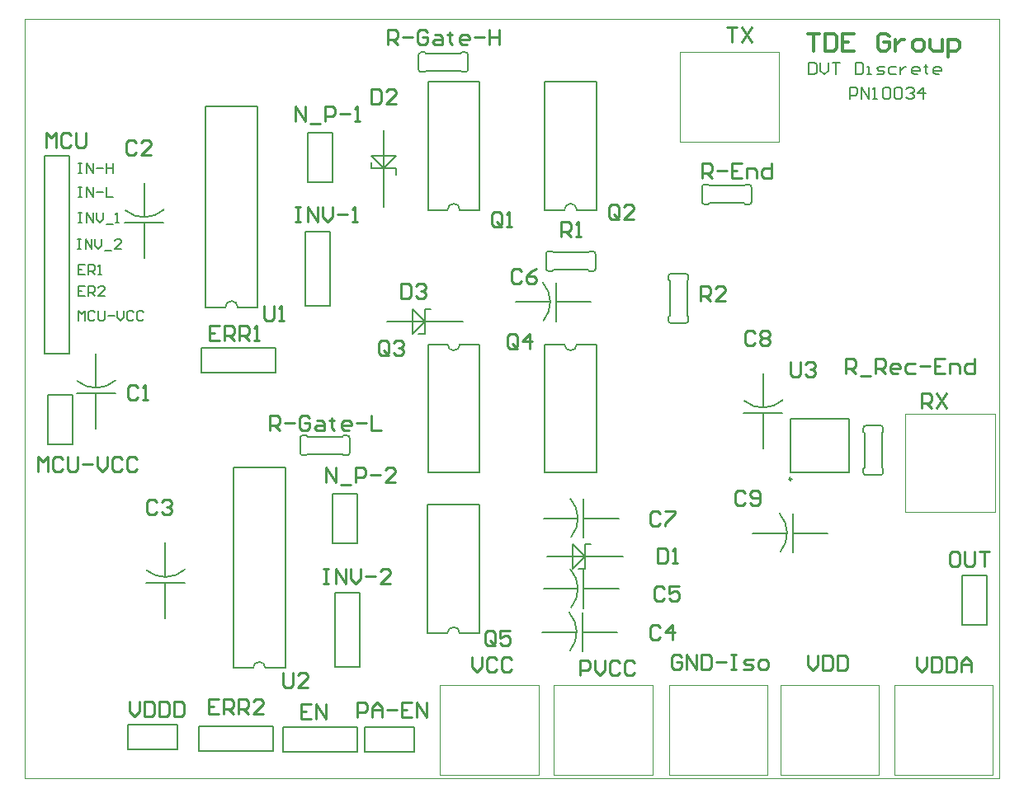
<source format=gto>
G04 Layer_Color=65535*
%FSLAX44Y44*%
%MOMM*%
G71*
G01*
G75*
%ADD16C,0.1000*%
%ADD34C,0.2000*%
%ADD35C,0.1524*%
%ADD36C,0.2500*%
%ADD37C,0.1270*%
%ADD38C,0.0500*%
%ADD39C,0.1500*%
%ADD40C,0.2540*%
%ADD41C,0.3000*%
D16*
X-50000Y-50000D02*
Y730000D01*
X950000D01*
Y-50000D02*
Y730000D01*
X-50000Y-50000D02*
X950000D01*
D34*
X168440Y434060D02*
G03*
X155740Y434060I-6350J0D01*
G01*
X196850Y63370D02*
G03*
X184150Y63370I-6350J0D01*
G01*
X3640Y358242D02*
G03*
X42998Y358929I19284J22981D01*
G01*
X74760Y163932D02*
G03*
X114118Y164619I19284J22981D01*
G01*
X53170Y533502D02*
G03*
X92528Y534189I19284J22981D01*
G01*
X725068Y182710D02*
G03*
X724381Y222068I-22981J19284D01*
G01*
X688170Y337922D02*
G03*
X727528Y338609I19284J22981D01*
G01*
X396350Y534000D02*
G03*
X383650Y534000I-6350J0D01*
G01*
Y396000D02*
G03*
X396350Y396000I6350J0D01*
G01*
X516350Y534000D02*
G03*
X503650Y534000I-6350J0D01*
G01*
Y396000D02*
G03*
X516350Y396000I6350J0D01*
G01*
X510438Y197950D02*
G03*
X509751Y237308I-22981J19284D01*
G01*
X482028Y420050D02*
G03*
X481341Y459408I-22981J19284D01*
G01*
X396240Y99100D02*
G03*
X383540Y99100I-6350J0D01*
G01*
X509168Y81110D02*
G03*
X508481Y120468I-22981J19284D01*
G01*
X510438Y125560D02*
G03*
X509751Y164918I-22981J19284D01*
G01*
X168440Y434060D02*
X188590D01*
X135590D02*
X155740D01*
X135590Y640060D02*
X188590D01*
Y434060D02*
Y640060D01*
X135590Y434060D02*
Y640060D01*
X196850Y63370D02*
X217000D01*
X164000D02*
X184150D01*
X164000Y269370D02*
X217000D01*
Y63370D02*
Y269370D01*
X164000Y63370D02*
Y269370D01*
X267970Y140970D02*
X293370D01*
Y64770D02*
Y140970D01*
X267970Y64770D02*
X293370D01*
X267970D02*
Y140970D01*
X265430Y191770D02*
X290830D01*
X265430D02*
Y242570D01*
X290830D01*
Y191770D02*
Y242570D01*
X128270Y-21590D02*
Y3810D01*
X204470D01*
Y-21590D02*
Y3810D01*
X128270Y-21590D02*
X204470D01*
X22860Y309230D02*
Y345480D01*
Y351480D02*
Y386480D01*
X2860Y345480D02*
X42860D01*
X-26670Y344170D02*
X-1270D01*
Y293370D02*
Y344170D01*
X-26670Y293370D02*
X-1270D01*
X-26670D02*
Y344170D01*
X130810Y367030D02*
Y392430D01*
X207010D01*
Y367030D02*
Y392430D01*
X130810Y367030D02*
X207010D01*
X237490Y511810D02*
X262890D01*
Y435610D02*
Y511810D01*
X237490Y435610D02*
X262890D01*
X237490D02*
Y511810D01*
X240030Y562610D02*
X265430D01*
X240030D02*
Y613410D01*
X265430D01*
Y562610D02*
Y613410D01*
X93980Y114920D02*
Y151170D01*
Y157170D02*
Y192170D01*
X73980Y151170D02*
X113980D01*
X72390Y484490D02*
Y520740D01*
Y526740D02*
Y561740D01*
X52390Y520740D02*
X92390D01*
X-4280Y385930D02*
Y570080D01*
Y589130D01*
X-29680D02*
X-4280D01*
X-29680Y385930D02*
Y589130D01*
Y385930D02*
X-4280D01*
X796010Y264750D02*
Y319550D01*
X735610Y264750D02*
Y319550D01*
X796010D01*
X735610Y264750D02*
X796010D01*
X106680Y-20320D02*
Y5080D01*
X55880Y-20320D02*
X106680D01*
X55880D02*
Y5080D01*
X106680D01*
X737830Y201930D02*
X774080D01*
X696830D02*
X731830D01*
X737830Y181930D02*
Y221930D01*
X707390Y288910D02*
Y325160D01*
Y331160D02*
Y366160D01*
X687390Y325160D02*
X727390D01*
X363500Y534000D02*
X383650D01*
X363500D02*
Y666000D01*
X416500D01*
X396350Y534000D02*
X416500D01*
Y666000D01*
X396350Y396000D02*
X416500D01*
Y264000D02*
Y396000D01*
X363500Y264000D02*
X416500D01*
X363500Y396000D02*
X383650D01*
X363500Y264000D02*
Y396000D01*
X483500Y534000D02*
X503650D01*
X483500D02*
Y666000D01*
X536500D01*
X516350Y534000D02*
X536500D01*
Y666000D01*
X516350Y396000D02*
X536500D01*
Y264000D02*
Y396000D01*
X483500Y264000D02*
X536500D01*
X483500Y396000D02*
X503650D01*
X483500Y264000D02*
Y396000D01*
X523200Y197170D02*
Y237170D01*
Y217170D02*
X559450D01*
X482200D02*
X517200D01*
X494790Y419270D02*
Y459270D01*
Y439270D02*
X531040D01*
X453790D02*
X488790D01*
X349250Y-22860D02*
Y2540D01*
X298450Y-22860D02*
X349250D01*
X298450D02*
Y2540D01*
X349250D01*
X363390Y99100D02*
X383540D01*
X363390D02*
Y231100D01*
X416390D01*
X396240Y99100D02*
X416390D01*
Y231100D01*
X521930Y80330D02*
Y120330D01*
Y100330D02*
X558180D01*
X480930D02*
X515930D01*
X523200Y124780D02*
Y164780D01*
Y144780D02*
X559450D01*
X482200D02*
X517200D01*
X911860Y158750D02*
X937260D01*
Y107950D02*
Y158750D01*
X911860Y107950D02*
X937260D01*
X911860D02*
Y158750D01*
X214630Y-22860D02*
X290830D01*
Y2540D01*
X214630D02*
X290830D01*
X214630Y-22860D02*
Y2540D01*
D35*
X644690Y542140D02*
G03*
X647230Y539600I2540J0D01*
G01*
Y559920D02*
G03*
X644690Y557380I0J-2540D01*
G01*
X695490D02*
G03*
X692950Y559920I-2540J0D01*
G01*
Y539600D02*
G03*
X695490Y542140I0J2540D01*
G01*
X232410Y284480D02*
G03*
X234950Y281940I2540J0D01*
G01*
Y302260D02*
G03*
X232410Y299720I0J-2540D01*
G01*
X283210D02*
G03*
X280670Y302260I-2540J0D01*
G01*
Y281940D02*
G03*
X283210Y284480I0J2540D01*
G01*
X353860Y678030D02*
G03*
X356400Y675490I2540J0D01*
G01*
Y695810D02*
G03*
X353860Y693270I0J-2540D01*
G01*
X404660D02*
G03*
X402120Y695810I-2540J0D01*
G01*
Y675490D02*
G03*
X404660Y678030I0J2540D01*
G01*
X535470Y488800D02*
G03*
X532930Y491340I-2540J0D01*
G01*
Y471020D02*
G03*
X535470Y473560I0J2540D01*
G01*
X484670D02*
G03*
X487210Y471020I2540J0D01*
G01*
Y491340D02*
G03*
X484670Y488800I0J-2540D01*
G01*
X612940Y468480D02*
G03*
X610400Y465940I0J-2540D01*
G01*
X630720D02*
G03*
X628180Y468480I-2540J0D01*
G01*
Y417680D02*
G03*
X630720Y420220I0J2540D01*
G01*
X610400D02*
G03*
X612940Y417680I2540J0D01*
G01*
X830580Y309880D02*
G03*
X828040Y312420I-2540J0D01*
G01*
Y261620D02*
G03*
X830580Y264160I0J2540D01*
G01*
X812800Y312420D02*
G03*
X810260Y309880I0J-2540D01*
G01*
Y264160D02*
G03*
X812800Y261620I2540J0D01*
G01*
X644690Y542140D02*
Y557380D01*
X647230Y559920D02*
X651040D01*
X647230Y539600D02*
X651040D01*
X652310Y558650D02*
X687870D01*
X651040Y559920D02*
X652310Y558650D01*
Y540870D02*
X687870D01*
X651040Y539600D02*
X652310Y540870D01*
X687870Y558650D02*
X689140Y559920D01*
X692950D01*
X687870Y540870D02*
X689140Y539600D01*
X692950D01*
X695490Y542140D02*
Y557380D01*
X232410Y284480D02*
Y299720D01*
X234950Y302260D02*
X238760D01*
X234950Y281940D02*
X238760D01*
X240030Y300990D02*
X275590D01*
X238760Y302260D02*
X240030Y300990D01*
Y283210D02*
X275590D01*
X238760Y281940D02*
X240030Y283210D01*
X275590Y300990D02*
X276860Y302260D01*
X280670D01*
X275590Y283210D02*
X276860Y281940D01*
X280670D01*
X283210Y284480D02*
Y299720D01*
X353860Y678030D02*
Y693270D01*
X356400Y695810D02*
X360210D01*
X356400Y675490D02*
X360210D01*
X361480Y694540D02*
X397040D01*
X360210Y695810D02*
X361480Y694540D01*
Y676760D02*
X397040D01*
X360210Y675490D02*
X361480Y676760D01*
X397040Y694540D02*
X398310Y695810D01*
X402120D01*
X397040Y676760D02*
X398310Y675490D01*
X402120D01*
X404660Y678030D02*
Y693270D01*
X535470Y473560D02*
Y488800D01*
X529120Y471020D02*
X532930D01*
X529120Y491340D02*
X532930D01*
X492290Y472290D02*
X527850D01*
X529120Y471020D01*
X492290Y490070D02*
X527850D01*
X529120Y491340D01*
X491020Y471020D02*
X492290Y472290D01*
X487210Y471020D02*
X491020D01*
Y491340D02*
X492290Y490070D01*
X487210Y491340D02*
X491020D01*
X484670Y473560D02*
Y488800D01*
X612940Y468480D02*
X628180D01*
X630720Y462130D02*
Y465940D01*
X610400Y462130D02*
Y465940D01*
X629450Y425300D02*
Y460860D01*
X630720Y462130D01*
X611670Y425300D02*
Y460860D01*
X610400Y462130D02*
X611670Y460860D01*
X629450Y425300D02*
X630720Y424030D01*
Y420220D02*
Y424030D01*
X610400D02*
X611670Y425300D01*
X610400Y420220D02*
Y424030D01*
X612940Y417680D02*
X628180D01*
X830580Y306070D02*
Y309880D01*
X829310Y304800D02*
X830580Y306070D01*
X829310Y269240D02*
X830580Y267970D01*
Y264160D02*
Y267970D01*
X829310Y269240D02*
Y304800D01*
X812800Y312420D02*
X828040D01*
X810260Y306070D02*
X811530Y304800D01*
X810260Y306070D02*
Y309880D01*
X811530Y269240D02*
Y304800D01*
X812800Y261620D02*
X828040D01*
X810260Y267970D02*
X811530Y269240D01*
X810260Y264160D02*
Y267970D01*
D36*
X736710Y257500D02*
G03*
X736710Y257500I-1250J0D01*
G01*
D37*
X318300Y576430D02*
Y615430D01*
Y537430D02*
Y576430D01*
X331000D01*
X305600D02*
X318300D01*
X305600Y589130D02*
X318300Y576430D01*
X305600Y589130D02*
X331000D01*
X318300Y576430D02*
X331000Y589130D01*
X305600Y576430D02*
Y582780D01*
X331000Y570080D02*
Y576430D01*
X347510Y431650D02*
X360210Y418950D01*
X347510Y406250D02*
Y431650D01*
X360210D02*
X366560D01*
X360210Y418950D02*
Y431650D01*
X321210Y418950D02*
X360210D01*
X347510Y406250D02*
X360210Y418950D01*
X399210D01*
X360210Y406250D02*
Y418950D01*
X353860Y406250D02*
X360210D01*
X511810Y190500D02*
X524510Y177800D01*
X511810Y165100D02*
Y190500D01*
X524510D02*
X530860D01*
X524510Y177800D02*
Y190500D01*
X485510Y177800D02*
X524510D01*
X511810Y165100D02*
X524510Y177800D01*
X563510D01*
X524510Y165100D02*
Y177800D01*
X518160Y165100D02*
X524510D01*
D38*
X622500Y604240D02*
X723700D01*
X622500D02*
Y696240D01*
X723700Y604240D02*
Y696240D01*
X622500D02*
X723700D01*
X725370Y46000D02*
X826570D01*
Y-46000D02*
Y46000D01*
X725370Y-46000D02*
Y46000D01*
Y-46000D02*
X826570D01*
X842210Y46000D02*
X943410D01*
Y-46000D02*
Y46000D01*
X842210Y-46000D02*
Y46000D01*
Y-46000D02*
X943410D01*
X712270D02*
Y46000D01*
X611070Y-46000D02*
X712270D01*
X611070D02*
Y46000D01*
X712270D01*
X376120D02*
X477320D01*
Y-46000D02*
Y46000D01*
X376120Y-46000D02*
Y46000D01*
Y-46000D02*
X477320D01*
X492960Y46000D02*
X594160D01*
Y-46000D02*
Y46000D01*
X492960Y-46000D02*
Y46000D01*
Y-46000D02*
X594160D01*
X853160Y223720D02*
Y324920D01*
X945160D01*
X853160Y223720D02*
X945160D01*
Y324920D01*
D39*
X5080Y420370D02*
Y430367D01*
X8412Y427034D01*
X11745Y430367D01*
Y420370D01*
X21741Y428701D02*
X20075Y430367D01*
X16743D01*
X15077Y428701D01*
Y422036D01*
X16743Y420370D01*
X20075D01*
X21741Y422036D01*
X25074Y430367D02*
Y422036D01*
X26740Y420370D01*
X30072D01*
X31738Y422036D01*
Y430367D01*
X35070Y425368D02*
X41735D01*
X45067Y430367D02*
Y423702D01*
X48399Y420370D01*
X51732Y423702D01*
Y430367D01*
X61728Y428701D02*
X60062Y430367D01*
X56730D01*
X55064Y428701D01*
Y422036D01*
X56730Y420370D01*
X60062D01*
X61728Y422036D01*
X71725Y428701D02*
X70059Y430367D01*
X66727D01*
X65061Y428701D01*
Y422036D01*
X66727Y420370D01*
X70059D01*
X71725Y422036D01*
X11745Y455767D02*
X5080D01*
Y445770D01*
X11745D01*
X5080Y450768D02*
X8412D01*
X15077Y445770D02*
Y455767D01*
X20075D01*
X21741Y454101D01*
Y450768D01*
X20075Y449102D01*
X15077D01*
X18409D02*
X21741Y445770D01*
X31738D02*
X25074D01*
X31738Y452435D01*
Y454101D01*
X30072Y455767D01*
X26740D01*
X25074Y454101D01*
X11745Y477357D02*
X5080D01*
Y467360D01*
X11745D01*
X5080Y472358D02*
X8412D01*
X15077Y467360D02*
Y477357D01*
X20075D01*
X21741Y475691D01*
Y472358D01*
X20075Y470692D01*
X15077D01*
X18409D02*
X21741Y467360D01*
X25074D02*
X28406D01*
X26740D01*
Y477357D01*
X25074Y475691D01*
X3810Y504027D02*
X7142D01*
X5476D01*
Y494030D01*
X3810D01*
X7142D01*
X12141D02*
Y504027D01*
X18805Y494030D01*
Y504027D01*
X22137D02*
Y497362D01*
X25470Y494030D01*
X28802Y497362D01*
Y504027D01*
X32134Y492364D02*
X38799D01*
X48795Y494030D02*
X42131D01*
X48795Y500695D01*
Y502361D01*
X47129Y504027D01*
X43797D01*
X42131Y502361D01*
X5080Y530697D02*
X8412D01*
X6746D01*
Y520700D01*
X5080D01*
X8412D01*
X13411D02*
Y530697D01*
X20075Y520700D01*
Y530697D01*
X23407D02*
Y524032D01*
X26740Y520700D01*
X30072Y524032D01*
Y530697D01*
X33404Y519034D02*
X40069D01*
X43401Y520700D02*
X46733D01*
X45067D01*
Y530697D01*
X43401Y529031D01*
X5080Y557367D02*
X8412D01*
X6746D01*
Y547370D01*
X5080D01*
X8412D01*
X13411D02*
Y557367D01*
X20075Y547370D01*
Y557367D01*
X23407Y552368D02*
X30072D01*
X33404Y557367D02*
Y547370D01*
X40069D01*
X5080Y581497D02*
X8412D01*
X6746D01*
Y571500D01*
X5080D01*
X8412D01*
X13411D02*
Y581497D01*
X20075Y571500D01*
Y581497D01*
X23407Y576498D02*
X30072D01*
X33404Y581497D02*
Y571500D01*
Y576498D01*
X40069D01*
Y581497D01*
Y571500D01*
X754380Y685096D02*
Y673100D01*
X760378D01*
X762377Y675099D01*
Y683097D01*
X760378Y685096D01*
X754380D01*
X766376D02*
Y677099D01*
X770375Y673100D01*
X774373Y677099D01*
Y685096D01*
X778372D02*
X786370D01*
X782371D01*
Y673100D01*
X802365Y685096D02*
Y673100D01*
X808363D01*
X810362Y675099D01*
Y683097D01*
X808363Y685096D01*
X802365D01*
X814361Y673100D02*
X818359D01*
X816360D01*
Y681097D01*
X814361D01*
X824357Y673100D02*
X830355D01*
X832355Y675099D01*
X830355Y677099D01*
X826357D01*
X824357Y679098D01*
X826357Y681097D01*
X832355D01*
X844351D02*
X838353D01*
X836354Y679098D01*
Y675099D01*
X838353Y673100D01*
X844351D01*
X848350Y681097D02*
Y673100D01*
Y677099D01*
X850349Y679098D01*
X852348Y681097D01*
X854348D01*
X866344Y673100D02*
X862345D01*
X860346Y675099D01*
Y679098D01*
X862345Y681097D01*
X866344D01*
X868343Y679098D01*
Y677099D01*
X860346D01*
X874341Y683097D02*
Y681097D01*
X872342D01*
X876340D01*
X874341D01*
Y675099D01*
X876340Y673100D01*
X888337D02*
X884338D01*
X882339Y675099D01*
Y679098D01*
X884338Y681097D01*
X888337D01*
X890336Y679098D01*
Y677099D01*
X882339D01*
X796290Y647700D02*
Y659696D01*
X802288D01*
X804287Y657697D01*
Y653698D01*
X802288Y651699D01*
X796290D01*
X808286Y647700D02*
Y659696D01*
X816283Y647700D01*
Y659696D01*
X820282Y647700D02*
X824281D01*
X822282D01*
Y659696D01*
X820282Y657697D01*
X830279D02*
X832278Y659696D01*
X836277D01*
X838276Y657697D01*
Y649699D01*
X836277Y647700D01*
X832278D01*
X830279Y649699D01*
Y657697D01*
X842275D02*
X844275Y659696D01*
X848273D01*
X850273Y657697D01*
Y649699D01*
X848273Y647700D01*
X844275D01*
X842275Y649699D01*
Y657697D01*
X854271D02*
X856271Y659696D01*
X860269D01*
X862269Y657697D01*
Y655697D01*
X860269Y653698D01*
X858270D01*
X860269D01*
X862269Y651699D01*
Y649699D01*
X860269Y647700D01*
X856271D01*
X854271Y649699D01*
X872265Y647700D02*
Y659696D01*
X866267Y653698D01*
X874265D01*
D40*
X66037Y351786D02*
X63498Y354325D01*
X58419D01*
X55880Y351786D01*
Y341629D01*
X58419Y339090D01*
X63498D01*
X66037Y341629D01*
X71115Y339090D02*
X76193D01*
X73654D01*
Y354325D01*
X71115Y351786D01*
X64132Y603119D02*
X61592Y605658D01*
X56514D01*
X53975Y603119D01*
Y592962D01*
X56514Y590423D01*
X61592D01*
X64132Y592962D01*
X79367Y590423D02*
X69210D01*
X79367Y600580D01*
Y603119D01*
X76828Y605658D01*
X71749D01*
X69210Y603119D01*
X85722Y233549D02*
X83182Y236088D01*
X78104D01*
X75565Y233549D01*
Y223392D01*
X78104Y220853D01*
X83182D01*
X85722Y223392D01*
X90800Y233549D02*
X93339Y236088D01*
X98418D01*
X100957Y233549D01*
Y231010D01*
X98418Y228470D01*
X95878D01*
X98418D01*
X100957Y225931D01*
Y223392D01*
X98418Y220853D01*
X93339D01*
X90800Y223392D01*
X601977Y105406D02*
X599437Y107945D01*
X594359D01*
X591820Y105406D01*
Y95249D01*
X594359Y92710D01*
X599437D01*
X601977Y95249D01*
X614673Y92710D02*
Y107945D01*
X607055Y100328D01*
X617212D01*
X605787Y144776D02*
X603247Y147315D01*
X598169D01*
X595630Y144776D01*
Y134619D01*
X598169Y132080D01*
X603247D01*
X605787Y134619D01*
X621022Y147315D02*
X610865D01*
Y139698D01*
X615943Y142237D01*
X618483D01*
X621022Y139698D01*
Y134619D01*
X618483Y132080D01*
X613404D01*
X610865Y134619D01*
X459267Y471016D02*
X456727Y473555D01*
X451649D01*
X449110Y471016D01*
Y460859D01*
X451649Y458320D01*
X456727D01*
X459267Y460859D01*
X474502Y473555D02*
X469423Y471016D01*
X464345Y465938D01*
Y460859D01*
X466884Y458320D01*
X471963D01*
X474502Y460859D01*
Y463398D01*
X471963Y465938D01*
X464345D01*
X601977Y222246D02*
X599437Y224785D01*
X594359D01*
X591820Y222246D01*
Y212089D01*
X594359Y209550D01*
X599437D01*
X601977Y212089D01*
X607055Y224785D02*
X617212D01*
Y222246D01*
X607055Y212089D01*
Y209550D01*
X599440Y186685D02*
Y171450D01*
X607057D01*
X609597Y173989D01*
Y184146D01*
X607057Y186685D01*
X599440D01*
X614675Y171450D02*
X619753D01*
X617214D01*
Y186685D01*
X614675Y184146D01*
X305854Y657959D02*
Y642724D01*
X313472D01*
X316011Y645263D01*
Y655420D01*
X313472Y657959D01*
X305854D01*
X331246Y642724D02*
X321089D01*
X331246Y652881D01*
Y655420D01*
X328707Y657959D01*
X323628D01*
X321089Y655420D01*
X336080Y458315D02*
Y443080D01*
X343698D01*
X346237Y445619D01*
Y455776D01*
X343698Y458315D01*
X336080D01*
X351315Y455776D02*
X353854Y458315D01*
X358933D01*
X361472Y455776D01*
Y453237D01*
X358933Y450698D01*
X356393D01*
X358933D01*
X361472Y448158D01*
Y445619D01*
X358933Y443080D01*
X353854D01*
X351315Y445619D01*
X243837Y26665D02*
X233680D01*
Y11430D01*
X243837D01*
X233680Y19047D02*
X238758D01*
X248915Y11430D02*
Y26665D01*
X259072Y11430D01*
Y26665D01*
X149857Y415285D02*
X139700D01*
Y400050D01*
X149857D01*
X139700Y407668D02*
X144778D01*
X154935Y400050D02*
Y415285D01*
X162553D01*
X165092Y412746D01*
Y407668D01*
X162553Y405128D01*
X154935D01*
X160013D02*
X165092Y400050D01*
X170170D02*
Y415285D01*
X177788D01*
X180327Y412746D01*
Y407668D01*
X177788Y405128D01*
X170170D01*
X175249D02*
X180327Y400050D01*
X185405D02*
X190484D01*
X187944D01*
Y415285D01*
X185405Y412746D01*
X148587Y31745D02*
X138430D01*
Y16510D01*
X148587D01*
X138430Y24128D02*
X143508D01*
X153665Y16510D02*
Y31745D01*
X161283D01*
X163822Y29206D01*
Y24128D01*
X161283Y21588D01*
X153665D01*
X158743D02*
X163822Y16510D01*
X168900D02*
Y31745D01*
X176518D01*
X179057Y29206D01*
Y24128D01*
X176518Y21588D01*
X168900D01*
X173979D02*
X179057Y16510D01*
X194292D02*
X184135D01*
X194292Y26667D01*
Y29206D01*
X191753Y31745D01*
X186674D01*
X184135Y29206D01*
X227330Y537205D02*
X232408D01*
X229869D01*
Y521970D01*
X227330D01*
X232408D01*
X240026D02*
Y537205D01*
X250183Y521970D01*
Y537205D01*
X255261D02*
Y527048D01*
X260339Y521970D01*
X265418Y527048D01*
Y537205D01*
X270496Y529588D02*
X280653D01*
X285731Y521970D02*
X290809D01*
X288270D01*
Y537205D01*
X285731Y534666D01*
X256540Y165095D02*
X261618D01*
X259079D01*
Y149860D01*
X256540D01*
X261618D01*
X269236D02*
Y165095D01*
X279393Y149860D01*
Y165095D01*
X284471D02*
Y154938D01*
X289549Y149860D01*
X294628Y154938D01*
Y165095D01*
X299706Y157478D02*
X309863D01*
X325098Y149860D02*
X314941D01*
X325098Y160017D01*
Y162556D01*
X322559Y165095D01*
X317480D01*
X314941Y162556D01*
X-36830Y265430D02*
Y280665D01*
X-31752Y275587D01*
X-26673Y280665D01*
Y265430D01*
X-11438Y278126D02*
X-13977Y280665D01*
X-19056D01*
X-21595Y278126D01*
Y267969D01*
X-19056Y265430D01*
X-13977D01*
X-11438Y267969D01*
X-6360Y280665D02*
Y267969D01*
X-3821Y265430D01*
X1258D01*
X3797Y267969D01*
Y280665D01*
X8875Y273048D02*
X19032D01*
X24110Y280665D02*
Y270508D01*
X29189Y265430D01*
X34267Y270508D01*
Y280665D01*
X49502Y278126D02*
X46963Y280665D01*
X41884D01*
X39345Y278126D01*
Y267969D01*
X41884Y265430D01*
X46963D01*
X49502Y267969D01*
X64737Y278126D02*
X62198Y280665D01*
X57120D01*
X54580Y278126D01*
Y267969D01*
X57120Y265430D01*
X62198D01*
X64737Y267969D01*
X-28156Y597766D02*
Y613001D01*
X-23078Y607923D01*
X-17999Y613001D01*
Y597766D01*
X-2764Y610462D02*
X-5303Y613001D01*
X-10382D01*
X-12921Y610462D01*
Y600305D01*
X-10382Y597766D01*
X-5303D01*
X-2764Y600305D01*
X2314Y613001D02*
Y600305D01*
X4853Y597766D01*
X9932D01*
X12471Y600305D01*
Y613001D01*
X227330Y624840D02*
Y640075D01*
X237487Y624840D01*
Y640075D01*
X242565Y622301D02*
X252722D01*
X257800Y624840D02*
Y640075D01*
X265418D01*
X267957Y637536D01*
Y632458D01*
X265418Y629918D01*
X257800D01*
X273035Y632458D02*
X283192D01*
X288270Y624840D02*
X293349D01*
X290809D01*
Y640075D01*
X288270Y637536D01*
X259080Y254000D02*
Y269235D01*
X269237Y254000D01*
Y269235D01*
X274315Y251461D02*
X284472D01*
X289550Y254000D02*
Y269235D01*
X297168D01*
X299707Y266696D01*
Y261618D01*
X297168Y259078D01*
X289550D01*
X304785Y261618D02*
X314942D01*
X330177Y254000D02*
X320020D01*
X330177Y264157D01*
Y266696D01*
X327638Y269235D01*
X322560D01*
X320020Y266696D01*
X290830Y12700D02*
Y27935D01*
X298447D01*
X300987Y25396D01*
Y20317D01*
X298447Y17778D01*
X290830D01*
X306065Y12700D02*
Y22857D01*
X311143Y27935D01*
X316222Y22857D01*
Y12700D01*
Y20317D01*
X306065D01*
X321300D02*
X331457D01*
X346692Y27935D02*
X336535D01*
Y12700D01*
X346692D01*
X336535Y20317D02*
X341614D01*
X351770Y12700D02*
Y27935D01*
X361927Y12700D01*
Y27935D01*
X519430Y55880D02*
Y71115D01*
X527048D01*
X529587Y68576D01*
Y63498D01*
X527048Y60958D01*
X519430D01*
X534665Y71115D02*
Y60958D01*
X539743Y55880D01*
X544822Y60958D01*
Y71115D01*
X560057Y68576D02*
X557518Y71115D01*
X552439D01*
X549900Y68576D01*
Y58419D01*
X552439Y55880D01*
X557518D01*
X560057Y58419D01*
X575292Y68576D02*
X572753Y71115D01*
X567674D01*
X565135Y68576D01*
Y58419D01*
X567674Y55880D01*
X572753D01*
X575292Y58419D01*
X438947Y519279D02*
Y529436D01*
X436408Y531975D01*
X431329D01*
X428790Y529436D01*
Y519279D01*
X431329Y516740D01*
X436408D01*
X433868Y521818D02*
X438947Y516740D01*
X436408D02*
X438947Y519279D01*
X444025Y516740D02*
X449103D01*
X446564D01*
Y531975D01*
X444025Y529436D01*
X559597Y526899D02*
Y537056D01*
X557057Y539595D01*
X551979D01*
X549440Y537056D01*
Y526899D01*
X551979Y524360D01*
X557057D01*
X554518Y529438D02*
X559597Y524360D01*
X557057D02*
X559597Y526899D01*
X574832Y524360D02*
X564675D01*
X574832Y534517D01*
Y537056D01*
X572293Y539595D01*
X567214D01*
X564675Y537056D01*
X323377Y387199D02*
Y397356D01*
X320838Y399895D01*
X315759D01*
X313220Y397356D01*
Y387199D01*
X315759Y384660D01*
X320838D01*
X318298Y389738D02*
X323377Y384660D01*
X320838D02*
X323377Y387199D01*
X328455Y397356D02*
X330994Y399895D01*
X336073D01*
X338612Y397356D01*
Y394817D01*
X336073Y392277D01*
X333533D01*
X336073D01*
X338612Y389738D01*
Y387199D01*
X336073Y384660D01*
X330994D01*
X328455Y387199D01*
X455457Y393549D02*
Y403706D01*
X452918Y406245D01*
X447839D01*
X445300Y403706D01*
Y393549D01*
X447839Y391010D01*
X452918D01*
X450378Y396088D02*
X455457Y391010D01*
X452918D02*
X455457Y393549D01*
X468153Y391010D02*
Y406245D01*
X460535Y398628D01*
X470692D01*
X432267Y89049D02*
Y99206D01*
X429728Y101745D01*
X424649D01*
X422110Y99206D01*
Y89049D01*
X424649Y86510D01*
X429728D01*
X427188Y91588D02*
X432267Y86510D01*
X429728D02*
X432267Y89049D01*
X447502Y101745D02*
X437345D01*
Y94128D01*
X442423Y96667D01*
X444963D01*
X447502Y94128D01*
Y89049D01*
X444963Y86510D01*
X439884D01*
X437345Y89049D01*
X499910Y506580D02*
Y521815D01*
X507528D01*
X510067Y519276D01*
Y514198D01*
X507528Y511658D01*
X499910D01*
X504988D02*
X510067Y506580D01*
X515145D02*
X520223D01*
X517684D01*
Y521815D01*
X515145Y519276D01*
X643420Y440540D02*
Y455775D01*
X651038D01*
X653577Y453236D01*
Y448158D01*
X651038Y445618D01*
X643420D01*
X648498D02*
X653577Y440540D01*
X668812D02*
X658655D01*
X668812Y450697D01*
Y453236D01*
X666273Y455775D01*
X661194D01*
X658655Y453236D01*
X645160Y566420D02*
Y581655D01*
X652777D01*
X655317Y579116D01*
Y574038D01*
X652777Y571498D01*
X645160D01*
X650238D02*
X655317Y566420D01*
X660395Y574038D02*
X670552D01*
X685787Y581655D02*
X675630D01*
Y566420D01*
X685787D01*
X675630Y574038D02*
X680708D01*
X690865Y566420D02*
Y576577D01*
X698483D01*
X701022Y574038D01*
Y566420D01*
X716257Y581655D02*
Y566420D01*
X708640D01*
X706100Y568959D01*
Y574038D01*
X708640Y576577D01*
X716257D01*
X322364Y704192D02*
Y719427D01*
X329981D01*
X332521Y716888D01*
Y711809D01*
X329981Y709270D01*
X322364D01*
X327442D02*
X332521Y704192D01*
X337599Y711809D02*
X347756D01*
X362991Y716888D02*
X360452Y719427D01*
X355373D01*
X352834Y716888D01*
Y706731D01*
X355373Y704192D01*
X360452D01*
X362991Y706731D01*
Y711809D01*
X357912D01*
X370608Y714349D02*
X375687D01*
X378226Y711809D01*
Y704192D01*
X370608D01*
X368069Y706731D01*
X370608Y709270D01*
X378226D01*
X385844Y716888D02*
Y714349D01*
X383304D01*
X388383D01*
X385844D01*
Y706731D01*
X388383Y704192D01*
X403618D02*
X398539D01*
X396000Y706731D01*
Y711809D01*
X398539Y714349D01*
X403618D01*
X406157Y711809D01*
Y709270D01*
X396000D01*
X411235Y711809D02*
X421392D01*
X426470Y719427D02*
Y704192D01*
Y711809D01*
X436627D01*
Y719427D01*
Y704192D01*
X201130Y307490D02*
Y322725D01*
X208748D01*
X211287Y320186D01*
Y315107D01*
X208748Y312568D01*
X201130D01*
X206208D02*
X211287Y307490D01*
X216365Y315107D02*
X226522D01*
X241757Y320186D02*
X239218Y322725D01*
X234139D01*
X231600Y320186D01*
Y310029D01*
X234139Y307490D01*
X239218D01*
X241757Y310029D01*
Y315107D01*
X236679D01*
X249374Y317647D02*
X254453D01*
X256992Y315107D01*
Y307490D01*
X249374D01*
X246835Y310029D01*
X249374Y312568D01*
X256992D01*
X264610Y320186D02*
Y317647D01*
X262070D01*
X267149D01*
X264610D01*
Y310029D01*
X267149Y307490D01*
X282384D02*
X277305D01*
X274766Y310029D01*
Y315107D01*
X277305Y317647D01*
X282384D01*
X284923Y315107D01*
Y312568D01*
X274766D01*
X290001Y315107D02*
X300158D01*
X305236Y322725D02*
Y307490D01*
X315393D01*
X670560Y721355D02*
X680717D01*
X675638D01*
Y706120D01*
X685795Y721355D02*
X695952Y706120D01*
Y721355D02*
X685795Y706120D01*
X195580Y435605D02*
Y422909D01*
X198119Y420370D01*
X203197D01*
X205737Y422909D01*
Y435605D01*
X210815Y420370D02*
X215893D01*
X213354D01*
Y435605D01*
X210815Y433066D01*
X214630Y58415D02*
Y45719D01*
X217169Y43180D01*
X222248D01*
X224787Y45719D01*
Y58415D01*
X240022Y43180D02*
X229865D01*
X240022Y53337D01*
Y55876D01*
X237483Y58415D01*
X232404D01*
X229865Y55876D01*
X408940Y74925D02*
Y64768D01*
X414018Y59690D01*
X419097Y64768D01*
Y74925D01*
X434332Y72386D02*
X431793Y74925D01*
X426714D01*
X424175Y72386D01*
Y62229D01*
X426714Y59690D01*
X431793D01*
X434332Y62229D01*
X449567Y72386D02*
X447028Y74925D01*
X441949D01*
X439410Y72386D01*
Y62229D01*
X441949Y59690D01*
X447028D01*
X449567Y62229D01*
X792480Y365760D02*
Y380995D01*
X800098D01*
X802637Y378456D01*
Y373377D01*
X800098Y370838D01*
X792480D01*
X797558D02*
X802637Y365760D01*
X807715Y363221D02*
X817872D01*
X822950Y365760D02*
Y380995D01*
X830568D01*
X833107Y378456D01*
Y373377D01*
X830568Y370838D01*
X822950D01*
X828028D02*
X833107Y365760D01*
X845803D02*
X840724D01*
X838185Y368299D01*
Y373377D01*
X840724Y375917D01*
X845803D01*
X848342Y373377D01*
Y370838D01*
X838185D01*
X863577Y375917D02*
X855959D01*
X853420Y373377D01*
Y368299D01*
X855959Y365760D01*
X863577D01*
X868655Y373377D02*
X878812D01*
X894047Y380995D02*
X883890D01*
Y365760D01*
X894047D01*
X883890Y373377D02*
X888969D01*
X899126Y365760D02*
Y375917D01*
X906743D01*
X909282Y373377D01*
Y365760D01*
X924517Y380995D02*
Y365760D01*
X916900D01*
X914361Y368299D01*
Y373377D01*
X916900Y375917D01*
X924517D01*
X869950Y330200D02*
Y345435D01*
X877568D01*
X880107Y342896D01*
Y337817D01*
X877568Y335278D01*
X869950D01*
X875028D02*
X880107Y330200D01*
X885185Y345435D02*
X895342Y330200D01*
Y345435D02*
X885185Y330200D01*
X735457Y377820D02*
Y365124D01*
X737996Y362585D01*
X743074D01*
X745614Y365124D01*
Y377820D01*
X750692Y375281D02*
X753231Y377820D01*
X758310D01*
X760849Y375281D01*
Y372742D01*
X758310Y370202D01*
X755770D01*
X758310D01*
X760849Y367663D01*
Y365124D01*
X758310Y362585D01*
X753231D01*
X750692Y365124D01*
X699132Y407539D02*
X696592Y410078D01*
X691514D01*
X688975Y407539D01*
Y397382D01*
X691514Y394843D01*
X696592D01*
X699132Y397382D01*
X704210Y407539D02*
X706749Y410078D01*
X711828D01*
X714367Y407539D01*
Y405000D01*
X711828Y402461D01*
X714367Y399921D01*
Y397382D01*
X711828Y394843D01*
X706749D01*
X704210Y397382D01*
Y399921D01*
X706749Y402461D01*
X704210Y405000D01*
Y407539D01*
X706749Y402461D02*
X711828D01*
X688629Y243432D02*
X686089Y245971D01*
X681011D01*
X678472Y243432D01*
Y233275D01*
X681011Y230736D01*
X686089D01*
X688629Y233275D01*
X693707D02*
X696246Y230736D01*
X701325D01*
X703864Y233275D01*
Y243432D01*
X701325Y245971D01*
X696246D01*
X693707Y243432D01*
Y240893D01*
X696246Y238354D01*
X703864D01*
X906777Y182875D02*
X901699D01*
X899160Y180336D01*
Y170179D01*
X901699Y167640D01*
X906777D01*
X909317Y170179D01*
Y180336D01*
X906777Y182875D01*
X914395D02*
Y170179D01*
X916934Y167640D01*
X922013D01*
X924552Y170179D01*
Y182875D01*
X929630D02*
X939787D01*
X934708D01*
Y167640D01*
X864870Y74925D02*
Y64768D01*
X869948Y59690D01*
X875027Y64768D01*
Y74925D01*
X880105D02*
Y59690D01*
X887723D01*
X890262Y62229D01*
Y72386D01*
X887723Y74925D01*
X880105D01*
X895340D02*
Y59690D01*
X902958D01*
X905497Y62229D01*
Y72386D01*
X902958Y74925D01*
X895340D01*
X910575Y59690D02*
Y69847D01*
X915654Y74925D01*
X920732Y69847D01*
Y59690D01*
Y67308D01*
X910575D01*
X57442Y29055D02*
Y18898D01*
X62520Y13820D01*
X67599Y18898D01*
Y29055D01*
X72677D02*
Y13820D01*
X80295D01*
X82834Y16359D01*
Y26516D01*
X80295Y29055D01*
X72677D01*
X87912D02*
Y13820D01*
X95530D01*
X98069Y16359D01*
Y26516D01*
X95530Y29055D01*
X87912D01*
X103147D02*
Y13820D01*
X110765D01*
X113304Y16359D01*
Y26516D01*
X110765Y29055D01*
X103147D01*
X753110Y76195D02*
Y66038D01*
X758188Y60960D01*
X763267Y66038D01*
Y76195D01*
X768345D02*
Y60960D01*
X775963D01*
X778502Y63499D01*
Y73656D01*
X775963Y76195D01*
X768345D01*
X783580D02*
Y60960D01*
X791198D01*
X793737Y63499D01*
Y73656D01*
X791198Y76195D01*
X783580D01*
X623567Y74926D02*
X621027Y77465D01*
X615949D01*
X613410Y74926D01*
Y64769D01*
X615949Y62230D01*
X621027D01*
X623567Y64769D01*
Y69847D01*
X618488D01*
X628645Y62230D02*
Y77465D01*
X638802Y62230D01*
Y77465D01*
X643880D02*
Y62230D01*
X651498D01*
X654037Y64769D01*
Y74926D01*
X651498Y77465D01*
X643880D01*
X659115Y69847D02*
X669272D01*
X674350Y77465D02*
X679429D01*
X676889D01*
Y62230D01*
X674350D01*
X679429D01*
X687046D02*
X694664D01*
X697203Y64769D01*
X694664Y67308D01*
X689585D01*
X687046Y69847D01*
X689585Y72387D01*
X697203D01*
X704820Y62230D02*
X709899D01*
X712438Y64769D01*
Y69847D01*
X709899Y72387D01*
X704820D01*
X702281Y69847D01*
Y64769D01*
X704820Y62230D01*
D41*
X753110Y715224D02*
X765106D01*
X759108D01*
Y697230D01*
X771104Y715224D02*
Y697230D01*
X780101D01*
X783100Y700229D01*
Y712225D01*
X780101Y715224D01*
X771104D01*
X801095D02*
X789098D01*
Y697230D01*
X801095D01*
X789098Y706227D02*
X795096D01*
X837083Y712225D02*
X834084Y715224D01*
X828086D01*
X825087Y712225D01*
Y700229D01*
X828086Y697230D01*
X834084D01*
X837083Y700229D01*
Y706227D01*
X831085D01*
X843081Y709226D02*
Y697230D01*
Y703228D01*
X846080Y706227D01*
X849079Y709226D01*
X852078D01*
X864074Y697230D02*
X870072D01*
X873071Y700229D01*
Y706227D01*
X870072Y709226D01*
X864074D01*
X861075Y706227D01*
Y700229D01*
X864074Y697230D01*
X879069Y709226D02*
Y700229D01*
X882068Y697230D01*
X891065D01*
Y709226D01*
X897063Y691232D02*
Y709226D01*
X906060D01*
X909060Y706227D01*
Y700229D01*
X906060Y697230D01*
X897063D01*
M02*

</source>
